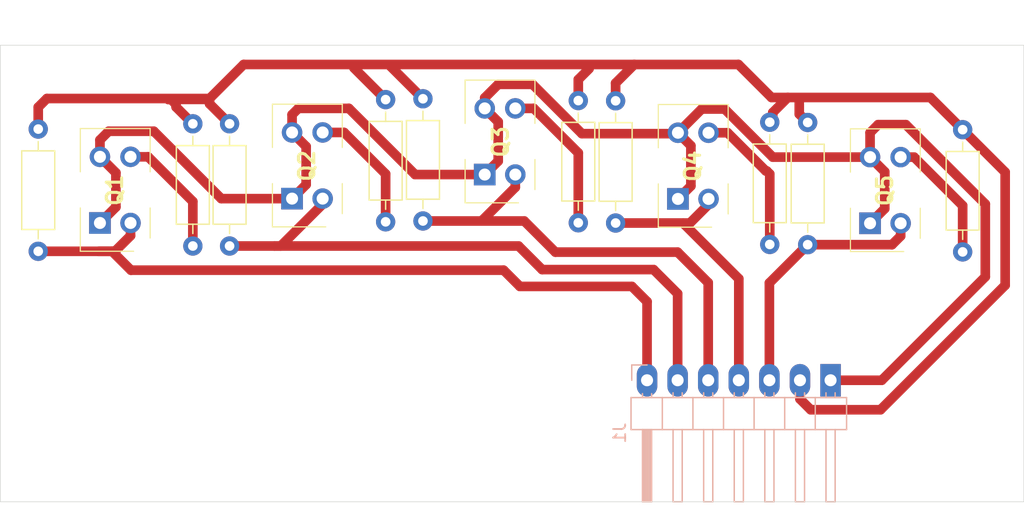
<source format=kicad_pcb>
(kicad_pcb (version 20240108) (generator "pcbnew") (generator_version "8.0")
  (layers (0 "F.Cu" signal) (31 "B.Cu" signal) (34 "B.Paste" user) (35 "F.Paste" user) (36 "B.SilkS" user "B.Silkscreen") (37 "F.SilkS" user "F.Silkscreen") (38 "B.Mask" user) (39 "F.Mask" user) (44 "Edge.Cuts" user))
  (net 0 "")
  (net 1 "+5V")
  (net 2 "Out_1")
  (net 3 "Out_2")
  (net 4 "GND")
  (net 5 "Out_3")
  (net 6 "Out_5")
  (net 7 "Out_4")
  (net 8 "Net-(Q1-K)")
  (net 9 "Net-(Q2-K)")
  (net 10 "Net-(Q3-K)")
  (net 11 "Net-(Q4-K)")
  (net 12 "Net-(Q5-K)")
  (footprint "Resistor_THT:R_Axial_DIN0207_L6.3mm_D2.5mm_P10.16mm_Horizontal" (layer "F.Cu") (at 111.99 58.19 90)
    (property "Reference" "R2" (hide yes))
    (property "Value" "R" (hide yes))
    (fp_line (start 8.35 -1.37) (end 1.81 -1.37) (stroke (width 0.12)) (layer "F.SilkS"))
    (fp_line (start 1.81 -1.37) (end 1.81 1.37) (stroke (width 0.12)) (layer "F.SilkS"))
    (fp_line (start 9.12 0) (end 8.35 0) (stroke (width 0.12)) (layer "F.SilkS"))
    (fp_line (start 1.04 0) (end 1.81 0) (stroke (width 0.12)) (layer "F.SilkS"))
    (fp_line (start 8.35 1.37) (end 8.35 -1.37) (stroke (width 0.12)) (layer "F.SilkS"))
    (fp_line (start 1.81 1.37) (end 8.35 1.37) (stroke (width 0.12)) (layer "F.SilkS"))
    (pad "1" thru_hole circle (at 0 0 90) (size 1.6 1.6) (drill 0.8) (layers "*.Cu" "*.Mask") (net 8 "Net-(Q1-K)"))
    (pad "2" thru_hole oval (at 10.16 0 90) (size 1.6 1.6) (drill 0.8) (layers "*.Cu" "*.Mask") (net 4 "GND"))
  )
  (footprint "KiCad3:TCRT5000" (layer "F.Cu") (at 105.545 53.525 90)
    (property "Reference" "Q1" (at -0.025 -0.045 -90) (layer "F.SilkS") (effects (font (size 1.27 1.27) (thickness 0.254))))
    (property "Value" "TCRT5000" (hide yes))
    (fp_line (start 5.1 -2.9) (end 1.5 -2.9) (stroke (width 0.1)) (layer "F.SilkS"))
    (fp_line (start 5.1 -2.9) (end 5.1 2.9) (stroke (width 0.1)) (layer "F.SilkS"))
    (fp_line (start -5.1 -2.9) (end -1.5 -2.9) (stroke (width 0.1)) (layer "F.SilkS"))
    (fp_line (start -5.1 -2.9) (end -5.1 1.525) (stroke (width 0.1)) (layer "F.SilkS"))
    (fp_line (start 5.1 2.9) (end 1.5 2.9) (stroke (width 0.1)) (layer "F.SilkS"))
    (fp_line (start -4 2.9) (end -1.5 2.9) (stroke (width 0.1)) (layer "F.SilkS"))
    (pad "" np_thru_hole circle (at -4.65 2.45 90) (size 1 1) (drill 1) (layers "*.Cu" "*.Mask"))
    (pad "" np_thru_hole circle (at 0 -2.54 90) (size 2.5 2.5) (drill 2.5) (layers "*.Cu" "*.Mask"))
    (pad "" np_thru_hole circle (at 0 2.45 90) (size 2.5 2.5) (drill 2.5) (layers "*.Cu" "*.Mask"))
    (pad "1" thru_hole rect (at -2.75 -1.27 90) (size 1.8 1.8) (drill 1) (layers "*.Cu" "*.Mask") (net 1 "+5V"))
    (pad "2" thru_hole circle (at -2.75 1.27 90) (size 1.7 1.7) (drill 1) (layers "*.Cu" "*.Mask") (net 2 "Out_1"))
    (pad "3" thru_hole circle (at 2.75 1.27 90) (size 1.7 1.7) (drill 1) (layers "*.Cu" "*.Mask") (net 8 "Net-(Q1-K)"))
    (pad "4" thru_hole circle (at 2.75 -1.27 90) (size 1.7 1.7) (drill 1) (layers "*.Cu" "*.Mask") (net 1 "+5V"))
  )
  (footprint "Resistor_THT:R_Axial_DIN0207_L6.3mm_D2.5mm_P10.16mm_Horizontal" (layer "F.Cu") (at 131.1 56.11 90)
    (property "Reference" "R5" (hide yes))
    (property "Value" "R" (hide yes))
    (fp_line (start 8.35 -1.37) (end 1.81 -1.37) (stroke (width 0.12)) (layer "F.SilkS"))
    (fp_line (start 1.81 -1.37) (end 1.81 1.37) (stroke (width 0.12)) (layer "F.SilkS"))
    (fp_line (start 9.12 0) (end 8.35 0) (stroke (width 0.12)) (layer "F.SilkS"))
    (fp_line (start 1.04 0) (end 1.81 0) (stroke (width 0.12)) (layer "F.SilkS"))
    (fp_line (start 8.35 1.37) (end 8.35 -1.37) (stroke (width 0.12)) (layer "F.SilkS"))
    (fp_line (start 1.81 1.37) (end 8.35 1.37) (stroke (width 0.12)) (layer "F.SilkS"))
    (pad "1" thru_hole circle (at 0 0 90) (size 1.6 1.6) (drill 0.8) (layers "*.Cu" "*.Mask") (net 5 "Out_3"))
    (pad "2" thru_hole oval (at 10.16 0 90) (size 1.6 1.6) (drill 0.8) (layers "*.Cu" "*.Mask") (net 4 "GND"))
  )
  (footprint "KiCad3:TCRT5000" (layer "F.Cu") (at 153.545 51.525 90)
    (property "Reference" "Q4" (at -0.025 -0.045 -90) (layer "F.SilkS") (effects (font (size 1.27 1.27) (thickness 0.254))))
    (property "Value" "TCRT5000" (hide yes))
    (fp_line (start 5.1 -2.9) (end 1.5 -2.9) (stroke (width 0.1)) (layer "F.SilkS"))
    (fp_line (start 5.1 -2.9) (end 5.1 2.9) (stroke (width 0.1)) (layer "F.SilkS"))
    (fp_line (start -5.1 -2.9) (end -1.5 -2.9) (stroke (width 0.1)) (layer "F.SilkS"))
    (fp_line (start -5.1 -2.9) (end -5.1 1.525) (stroke (width 0.1)) (layer "F.SilkS"))
    (fp_line (start 5.1 2.9) (end 1.5 2.9) (stroke (width 0.1)) (layer "F.SilkS"))
    (fp_line (start -4 2.9) (end -1.5 2.9) (stroke (width 0.1)) (layer "F.SilkS"))
    (pad "" np_thru_hole circle (at -4.65 2.45 90) (size 1 1) (drill 1) (layers "*.Cu" "*.Mask"))
    (pad "" np_thru_hole circle (at 0 -2.54 90) (size 2.5 2.5) (drill 2.5) (layers "*.Cu" "*.Mask"))
    (pad "" np_thru_hole circle (at 0 2.45 90) (size 2.5 2.5) (drill 2.5) (layers "*.Cu" "*.Mask"))
    (pad "1" thru_hole rect (at -2.75 -1.27 90) (size 1.8 1.8) (drill 1) (layers "*.Cu" "*.Mask") (net 1 "+5V"))
    (pad "2" thru_hole circle (at -2.75 1.27 90) (size 1.7 1.7) (drill 1) (layers "*.Cu" "*.Mask") (net 7 "Out_4"))
    (pad "3" thru_hole circle (at 2.75 1.27 90) (size 1.7 1.7) (drill 1) (layers "*.Cu" "*.Mask") (net 11 "Net-(Q4-K)"))
    (pad "4" thru_hole circle (at 2.75 -1.27 90) (size 1.7 1.7) (drill 1) (layers "*.Cu" "*.Mask") (net 1 "+5V"))
  )
  (footprint "Resistor_THT:R_Axial_DIN0207_L6.3mm_D2.5mm_P10.16mm_Horizontal" (layer "F.Cu") (at 163.05 58.08 90)
    (property "Reference" "R9" (hide yes))
    (property "Value" "R" (hide yes))
    (fp_line (start 8.35 -1.37) (end 1.81 -1.37) (stroke (width 0.12)) (layer "F.SilkS"))
    (fp_line (start 1.81 -1.37) (end 1.81 1.37) (stroke (width 0.12)) (layer "F.SilkS"))
    (fp_line (start 9.12 0) (end 8.35 0) (stroke (width 0.12)) (layer "F.SilkS"))
    (fp_line (start 1.04 0) (end 1.81 0) (stroke (width 0.12)) (layer "F.SilkS"))
    (fp_line (start 8.35 1.37) (end 8.35 -1.37) (stroke (width 0.12)) (layer "F.SilkS"))
    (fp_line (start 1.81 1.37) (end 8.35 1.37) (stroke (width 0.12)) (layer "F.SilkS"))
    (pad "1" thru_hole circle (at 0 0 90) (size 1.6 1.6) (drill 0.8) (layers "*.Cu" "*.Mask") (net 6 "Out_5"))
    (pad "2" thru_hole oval (at 10.16 0 90) (size 1.6 1.6) (drill 0.8) (layers "*.Cu" "*.Mask") (net 4 "GND"))
  )
  (footprint "KiCad3:TCRT5000" (layer "F.Cu") (at 121.5 51.5 90)
    (property "Reference" "Q2" (at -0.025 -0.045 -90) (layer "F.SilkS") (effects (font (size 1.27 1.27) (thickness 0.254))))
    (property "Value" "TCRT5000" (hide yes))
    (fp_line (start 5.1 -2.9) (end 1.5 -2.9) (stroke (width 0.1)) (layer "F.SilkS"))
    (fp_line (start 5.1 -2.9) (end 5.1 2.9) (stroke (width 0.1)) (layer "F.SilkS"))
    (fp_line (start -5.1 -2.9) (end -1.5 -2.9) (stroke (width 0.1)) (layer "F.SilkS"))
    (fp_line (start -5.1 -2.9) (end -5.1 1.525) (stroke (width 0.1)) (layer "F.SilkS"))
    (fp_line (start 5.1 2.9) (end 1.5 2.9) (stroke (width 0.1)) (layer "F.SilkS"))
    (fp_line (start -4 2.9) (end -1.5 2.9) (stroke (width 0.1)) (layer "F.SilkS"))
    (pad "" np_thru_hole circle (at -4.65 2.45 90) (size 1 1) (drill 1) (layers "*.Cu" "*.Mask"))
    (pad "" np_thru_hole circle (at 0 -2.54 90) (size 2.5 2.5) (drill 2.5) (layers "*.Cu" "*.Mask"))
    (pad "" np_thru_hole circle (at 0 2.45 90) (size 2.5 2.5) (drill 2.5) (layers "*.Cu" "*.Mask"))
    (pad "1" thru_hole rect (at -2.75 -1.27 90) (size 1.8 1.8) (drill 1) (layers "*.Cu" "*.Mask") (net 1 "+5V"))
    (pad "2" thru_hole circle (at -2.75 1.27 90) (size 1.7 1.7) (drill 1) (layers "*.Cu" "*.Mask") (net 3 "Out_2"))
    (pad "3" thru_hole circle (at 2.75 1.27 90) (size 1.7 1.7) (drill 1) (layers "*.Cu" "*.Mask") (net 9 "Net-(Q2-K)"))
    (pad "4" thru_hole circle (at 2.75 -1.27 90) (size 1.7 1.7) (drill 1) (layers "*.Cu" "*.Mask") (net 1 "+5V"))
  )
  (footprint "Resistor_THT:R_Axial_DIN0207_L6.3mm_D2.5mm_P10.16mm_Horizontal" (layer "F.Cu") (at 115.04 58.19 90)
    (property "Reference" "R3" (hide yes))
    (property "Value" "R" (hide yes))
    (fp_line (start 8.35 -1.37) (end 1.81 -1.37) (stroke (width 0.12)) (layer "F.SilkS"))
    (fp_line (start 1.81 -1.37) (end 1.81 1.37) (stroke (width 0.12)) (layer "F.SilkS"))
    (fp_line (start 9.12 0) (end 8.35 0) (stroke (width 0.12)) (layer "F.SilkS"))
    (fp_line (start 1.04 0) (end 1.81 0) (stroke (width 0.12)) (layer "F.SilkS"))
    (fp_line (start 8.35 1.37) (end 8.35 -1.37) (stroke (width 0.12)) (layer "F.SilkS"))
    (fp_line (start 1.81 1.37) (end 8.35 1.37) (stroke (width 0.12)) (layer "F.SilkS"))
    (pad "1" thru_hole circle (at 0 0 90) (size 1.6 1.6) (drill 0.8) (layers "*.Cu" "*.Mask") (net 3 "Out_2"))
    (pad "2" thru_hole oval (at 10.16 0 90) (size 1.6 1.6) (drill 0.8) (layers "*.Cu" "*.Mask") (net 4 "GND"))
  )
  (footprint "Resistor_THT:R_Axial_DIN0207_L6.3mm_D2.5mm_P10.16mm_Horizontal" (layer "F.Cu") (at 128 56.18 90)
    (property "Reference" "R4" (hide yes))
    (property "Value" "R" (hide yes))
    (fp_line (start 8.35 -1.37) (end 1.81 -1.37) (stroke (width 0.12)) (layer "F.SilkS"))
    (fp_line (start 1.81 -1.37) (end 1.81 1.37) (stroke (width 0.12)) (layer "F.SilkS"))
    (fp_line (start 9.12 0) (end 8.35 0) (stroke (width 0.12)) (layer "F.SilkS"))
    (fp_line (start 1.04 0) (end 1.81 0) (stroke (width 0.12)) (layer "F.SilkS"))
    (fp_line (start 8.35 1.37) (end 8.35 -1.37) (stroke (width 0.12)) (layer "F.SilkS"))
    (fp_line (start 1.81 1.37) (end 8.35 1.37) (stroke (width 0.12)) (layer "F.SilkS"))
    (pad "1" thru_hole circle (at 0 0 90) (size 1.6 1.6) (drill 0.8) (layers "*.Cu" "*.Mask") (net 9 "Net-(Q2-K)"))
    (pad "2" thru_hole oval (at 10.16 0 90) (size 1.6 1.6) (drill 0.8) (layers "*.Cu" "*.Mask") (net 4 "GND"))
  )
  (footprint "MountingHole:MountingHole_2.2mm_M2" (layer "F.Cu") (at 131.75 65)
    (property "Reference" "REF**" (hide yes))
    (property "Value" "MountingHole_2.2mm_M2" (hide yes))
    (pad "" np_thru_hole circle (at 0 0) (size 2.2 2.2) (drill 2.2) (layers "*.Cu" "*.Mask"))
  )
  (footprint "Resistor_THT:R_Axial_DIN0207_L6.3mm_D2.5mm_P10.16mm_Horizontal" (layer "F.Cu") (at 175.92 58.68 90)
    (property "Reference" "R10" (hide yes))
    (property "Value" "R" (hide yes))
    (fp_line (start 8.35 -1.37) (end 1.81 -1.37) (stroke (width 0.12)) (layer "F.SilkS"))
    (fp_line (start 1.81 -1.37) (end 1.81 1.37) (stroke (width 0.12)) (layer "F.SilkS"))
    (fp_line (start 9.12 0) (end 8.35 0) (stroke (width 0.12)) (layer "F.SilkS"))
    (fp_line (start 1.04 0) (end 1.81 0) (stroke (width 0.12)) (layer "F.SilkS"))
    (fp_line (start 8.35 1.37) (end 8.35 -1.37) (stroke (width 0.12)) (layer "F.SilkS"))
    (fp_line (start 1.81 1.37) (end 8.35 1.37) (stroke (width 0.12)) (layer "F.SilkS"))
    (pad "1" thru_hole circle (at 0 0 90) (size 1.6 1.6) (drill 0.8) (layers "*.Cu" "*.Mask") (net 12 "Net-(Q5-K)"))
    (pad "2" thru_hole oval (at 10.16 0 90) (size 1.6 1.6) (drill 0.8) (layers "*.Cu" "*.Mask") (net 4 "GND"))
  )
  (footprint "Resistor_THT:R_Axial_DIN0207_L6.3mm_D2.5mm_P10.16mm_Horizontal" (layer "F.Cu") (at 159.9 58.06 90)
    (property "Reference" "R8" (hide yes))
    (property "Value" "R" (hide yes))
    (fp_line (start 8.35 -1.37) (end 1.81 -1.37) (stroke (width 0.12)) (layer "F.SilkS"))
    (fp_line (start 1.81 -1.37) (end 1.81 1.37) (stroke (width 0.12)) (layer "F.SilkS"))
    (fp_line (start 9.12 0) (end 8.35 0) (stroke (width 0.12)) (layer "F.SilkS"))
    (fp_line (start 1.04 0) (end 1.81 0) (stroke (width 0.12)) (layer "F.SilkS"))
    (fp_line (start 8.35 1.37) (end 8.35 -1.37) (stroke (width 0.12)) (layer "F.SilkS"))
    (fp_line (start 1.81 1.37) (end 8.35 1.37) (stroke (width 0.12)) (layer "F.SilkS"))
    (pad "1" thru_hole circle (at 0 0 90) (size 1.6 1.6) (drill 0.8) (layers "*.Cu" "*.Mask") (net 11 "Net-(Q4-K)"))
    (pad "2" thru_hole oval (at 10.16 0 90) (size 1.6 1.6) (drill 0.8) (layers "*.Cu" "*.Mask") (net 4 "GND"))
  )
  (footprint "KiCad:print" (layer "F.Cu") (at 168.45 43.5)
    (property "Reference" "REF**" (hide yes))
    (property "Value" "print" (hide yes))
  )
  (footprint "MountingHole:MountingHole_2.2mm_M2" (layer "F.Cu") (at 145.25 65)
    (property "Reference" "REF**" (hide yes))
    (property "Value" "MountingHole_2.2mm_M2" (hide yes))
    (pad "" np_thru_hole circle (at 0 0) (size 2.2 2.2) (drill 2.2) (layers "*.Cu" "*.Mask"))
  )
  (footprint "Resistor_THT:R_Axial_DIN0207_L6.3mm_D2.5mm_P10.16mm_Horizontal" (layer "F.Cu") (at 147.1 56.28 90)
    (property "Reference" "R7" (hide yes))
    (property "Value" "R" (hide yes))
    (fp_line (start 8.35 -1.37) (end 1.81 -1.37) (stroke (width 0.12)) (layer "F.SilkS"))
    (fp_line (start 1.81 -1.37) (end 1.81 1.37) (stroke (width 0.12)) (layer "F.SilkS"))
    (fp_line (start 9.12 0) (end 8.35 0) (stroke (width 0.12)) (layer "F.SilkS"))
    (fp_line (start 1.04 0) (end 1.81 0) (stroke (width 0.12)) (layer "F.SilkS"))
    (fp_line (start 8.35 1.37) (end 8.35 -1.37) (stroke (width 0.12)) (layer "F.SilkS"))
    (fp_line (start 1.81 1.37) (end 8.35 1.37) (stroke (width 0.12)) (layer "F.SilkS"))
    (pad "1" thru_hole circle (at 0 0 90) (size 1.6 1.6) (drill 0.8) (layers "*.Cu" "*.Mask") (net 7 "Out_4"))
    (pad "2" thru_hole oval (at 10.16 0 90) (size 1.6 1.6) (drill 0.8) (layers "*.Cu" "*.Mask") (net 4 "GND"))
  )
  (footprint "Resistor_THT:R_Axial_DIN0207_L6.3mm_D2.5mm_P10.16mm_Horizontal" (layer "F.Cu") (at 99.15 58.63 90)
    (property "Reference" "R1" (hide yes))
    (property "Value" "R" (hide yes))
    (fp_line (start 8.35 -1.37) (end 1.81 -1.37) (stroke (width 0.12)) (layer "F.SilkS"))
    (fp_line (start 1.81 -1.37) (end 1.81 1.37) (stroke (width 0.12)) (layer "F.SilkS"))
    (fp_line (start 9.12 0) (end 8.35 0) (stroke (width 0.12)) (layer "F.SilkS"))
    (fp_line (start 1.04 0) (end 1.81 0) (stroke (width 0.12)) (layer "F.SilkS"))
    (fp_line (start 8.35 1.37) (end 8.35 -1.37) (stroke (width 0.12)) (layer "F.SilkS"))
    (fp_line (start 1.81 1.37) (end 8.35 1.37) (stroke (width 0.12)) (layer "F.SilkS"))
    (pad "1" thru_hole circle (at 0 0 90) (size 1.6 1.6) (drill 0.8) (layers "*.Cu" "*.Mask") (net 2 "Out_1"))
    (pad "2" thru_hole oval (at 10.16 0 90) (size 1.6 1.6) (drill 0.8) (layers "*.Cu" "*.Mask") (net 4 "GND"))
  )
  (footprint "KiCad3:TCRT5000" (layer "F.Cu") (at 169.5 53.55 90)
    (property "Reference" "Q5" (at -0.025 -0.045 -90) (layer "F.SilkS") (effects (font (size 1.27 1.27) (thickness 0.254))))
    (property "Value" "TCRT5000" (hide yes))
    (fp_line (start 5.1 -2.9) (end 1.5 -2.9) (stroke (width 0.1)) (layer "F.SilkS"))
    (fp_line (start 5.1 -2.9) (end 5.1 2.9) (stroke (width 0.1)) (layer "F.SilkS"))
    (fp_line (start -5.1 -2.9) (end -1.5 -2.9) (stroke (width 0.1)) (layer "F.SilkS"))
    (fp_line (start -5.1 -2.9) (end -5.1 1.525) (stroke (width 0.1)) (layer "F.SilkS"))
    (fp_line (start 5.1 2.9) (end 1.5 2.9) (stroke (width 0.1)) (layer "F.SilkS"))
    (fp_line (start -4 2.9) (end -1.5 2.9) (stroke (width 0.1)) (layer "F.SilkS"))
    (pad "" np_thru_hole circle (at -4.65 2.45 90) (size 1 1) (drill 1) (layers "*.Cu" "*.Mask"))
    (pad "" np_thru_hole circle (at 0 -2.54 90) (size 2.5 2.5) (drill 2.5) (layers "*.Cu" "*.Mask"))
    (pad "" np_thru_hole circle (at 0 2.45 90) (size 2.5 2.5) (drill 2.5) (layers "*.Cu" "*.Mask"))
    (pad "1" thru_hole rect (at -2.75 -1.27 90) (size 1.8 1.8) (drill 1) (layers "*.Cu" "*.Mask") (net 1 "+5V"))
    (pad "2" thru_hole circle (at -2.75 1.27 90) (size 1.7 1.7) (drill 1) (layers "*.Cu" "*.Mask") (net 6 "Out_5"))
    (pad "3" thru_hole circle (at 2.75 1.27 90) (size 1.7 1.7) (drill 1) (layers "*.Cu" "*.Mask") (net 12 "Net-(Q5-K)"))
    (pad "4" thru_hole circle (at 2.75 -1.27 90) (size 1.7 1.7) (drill 1) (layers "*.Cu" "*.Mask") (net 1 "+5V"))
  )
  (footprint "KiCad3:TCRT5000" (layer "F.Cu") (at 137.5 49.5 90)
    (property "Reference" "Q3" (at -0.025 0.045 -90) (layer "F.SilkS") (effects (font (size 1.27 1.27) (thickness 0.254))))
    (property "Value" "TCRT5000" (hide yes))
    (fp_line (start 5.1 -2.9) (end 1.5 -2.9) (stroke (width 0.1)) (layer "F.SilkS"))
    (fp_line (start 5.1 -2.9) (end 5.1 2.9) (stroke (width 0.1)) (layer "F.SilkS"))
    (fp_line (start -5.1 -2.9) (end -1.5 -2.9) (stroke (width 0.1)) (layer "F.SilkS"))
    (fp_line (start -5.1 -2.9) (end -5.1 1.525) (stroke (width 0.1)) (layer "F.SilkS"))
    (fp_line (start 5.1 2.9) (end 1.5 2.9) (stroke (width 0.1)) (layer "F.SilkS"))
    (fp_line (start -4 2.9) (end -1.5 2.9) (stroke (width 0.1)) (layer "F.SilkS"))
    (pad "" np_thru_hole circle (at -4.65 2.45 90) (size 1 1) (drill 1) (layers "*.Cu" "*.Mask"))
    (pad "" np_thru_hole circle (at 0 -2.54 90) (size 2.5 2.5) (drill 2.5) (layers "*.Cu" "*.Mask"))
    (pad "" np_thru_hole circle (at 0 2.45 90) (size 2.5 2.5) (drill 2.5) (layers "*.Cu" "*.Mask"))
    (pad "1" thru_hole rect (at -2.75 -1.27 90) (size 1.8 1.8) (drill 1) (layers "*.Cu" "*.Mask") (net 1 "+5V"))
    (pad "2" thru_hole circle (at -2.75 1.27 90) (size 1.7 1.7) (drill 1) (layers "*.Cu" "*.Mask") (net 5 "Out_3"))
    (pad "3" thru_hole circle (at 2.75 1.27 90) (size 1.7 1.7) (drill 1) (layers "*.Cu" "*.Mask") (net 10 "Net-(Q3-K)"))
    (pad "4" thru_hole circle (at 2.75 -1.27 90) (size 1.7 1.7) (drill 1) (layers "*.Cu" "*.Mask") (net 1 "+5V"))
  )
  (footprint "KiCad:print2" (layer "F.Cu") (at 163.4 66.65)
    (property "Reference" "REF**" (hide yes))
    (property "Value" "print2" (hide yes))
  )
  (footprint "Resistor_THT:R_Axial_DIN0207_L6.3mm_D2.5mm_P10.16mm_Horizontal" (layer "F.Cu") (at 144 56.26 90)
    (property "Reference" "R6" (hide yes))
    (property "Value" "R" (hide yes))
    (fp_line (start 8.35 -1.37) (end 1.81 -1.37) (stroke (width 0.12)) (layer "F.SilkS"))
    (fp_line (start 1.81 -1.37) (end 1.81 1.37) (stroke (width 0.12)) (layer "F.SilkS"))
    (fp_line (start 9.12 0) (end 8.35 0) (stroke (width 0.12)) (layer "F.SilkS"))
    (fp_line (start 1.04 0) (end 1.81 0) (stroke (width 0.12)) (layer "F.SilkS"))
    (fp_line (start 8.35 1.37) (end 8.35 -1.37) (stroke (width 0.12)) (layer "F.SilkS"))
    (fp_line (start 1.81 1.37) (end 8.35 1.37) (stroke (width 0.12)) (layer "F.SilkS"))
    (pad "1" thru_hole circle (at 0 0 90) (size 1.6 1.6) (drill 0.8) (layers "*.Cu" "*.Mask") (net 10 "Net-(Q3-K)"))
    (pad "2" thru_hole oval (at 10.16 0 90) (size 1.6 1.6) (drill 0.8) (layers "*.Cu" "*.Mask") (net 4 "GND"))
  )
  (footprint "Connector_PinHeader_2.54mm:PinHeader_1x07_P2.54mm_Horizontal" (layer "B.Cu") (at 149.71 69.35 -90)
    (property "Reference" "J1" (at 4.385 2.27 -90) (layer "B.SilkS") (effects (justify mirror)))
    (property "Value" "Conn_01x07_Pin")
    (fp_line (start 1.44 1.33) (end 4.1 1.33) (stroke (width 0.12)) (layer "B.SilkS"))
    (fp_line (start 4.1 1.33) (end 4.1 -16.57) (stroke (width 0.12)) (layer "B.SilkS"))
    (fp_line (start -1.27 1.27) (end -1.27 0) (stroke (width 0.12)) (layer "B.SilkS"))
    (fp_line (start 0 1.27) (end -1.27 1.27) (stroke (width 0.12)) (layer "B.SilkS"))
    (fp_line (start 1.44 0.38) (end 1.11 0.38) (stroke (width 0.12)) (layer "B.SilkS"))
    (fp_line (start 10.1 0.38) (end 4.1 0.38) (stroke (width 0.12)) (layer "B.SilkS"))
    (fp_line (start 10.1 0.32) (end 4.1 0.32) (stroke (width 0.12)) (layer "B.SilkS"))
    (fp_line (start 10.1 0.2) (end 4.1 0.2) (stroke (width 0.12)) (layer "B.SilkS"))
    (fp_line (start 10.1 0.08) (end 4.1 0.08) (stroke (width 0.12)) (layer "B.SilkS"))
    (fp_line (start 10.1 -0.04) (end 4.1 -0.04) (stroke (width 0.12)) (layer "B.SilkS"))
    (fp_line (start 10.1 -0.16) (end 4.1 -0.16) (stroke (width 0.12)) (layer "B.SilkS"))
    (fp_line (start 10.1 -0.28) (end 4.1 -0.28) (stroke (width 0.12)) (layer "B.SilkS"))
    (fp_line (start 1.44 -0.38) (end 1.11 -0.38) (stroke (width 0.12)) (layer "B.SilkS"))
    (fp_line (start 4.1 -0.38) (end 10.1 -0.38) (stroke (width 0.12)) (layer "B.SilkS"))
    (fp_line (start 10.1 -0.38) (end 10.1 0.38) (stroke (width 0.12)) (layer "B.SilkS"))
    (fp_line (start 4.1 -1.27) (end 1.44 -1.27) (stroke (width 0.12)) (layer "B.SilkS"))
    (fp_line (start 1.44 -2.16) (end 1.042929 -2.16) (stroke (width 0.12)) (layer "B.SilkS"))
    (fp_line (start 10.1 -2.16) (end 4.1 -2.16) (stroke (width 0.12)) (layer "B.SilkS"))
    (fp_line (start 1.44 -2.92) (end 1.042929 -2.92) (stroke (width 0.12)) (layer "B.SilkS"))
    (fp_line (start 4.1 -2.92) (end 10.1 -2.92) (stroke (width 0.12)) (layer "B.SilkS"))
    (fp_line (start 10.1 -2.92) (end 10.1 -2.16) (stroke (width 0.12)) (layer "B.SilkS"))
    (fp_line (start 4.1 -3.81) (end 1.44 -3.81) (stroke (width 0.12)) (layer "B.SilkS"))
    (fp_line (start 1.44 -4.7) (end 1.042929 -4.7) (stroke (width 0.12)) (layer "B.SilkS"))
    (fp_line (start 10.1 -4.7) (end 4.1 -4.7) (stroke (width 0.12)) (layer "B.SilkS"))
    (fp_line (start 1.44 -5.46) (end 1.042929 -5.46) (stroke (width 0.12)) (layer "B.SilkS"))
    (fp_line (start 4.1 -5.46) (end 10.1 -5.46) (stroke (width 0.12)) (layer "B.SilkS"))
    (fp_line (start 10.1 -5.46) (end 10.1 -4.7) (stroke (width 0.12)) (layer "B.SilkS"))
    (fp_line (start 4.1 -6.35) (end 1.44 -6.35) (stroke (width 0.12)) (layer "B.SilkS"))
    (fp_line (start 1.44 -7.24) (end 1.042929 -7.24) (stroke (width 0.12)) (layer "B.SilkS"))
    (fp_line (start 10.1 -7.24) (end 4.1 -7.24) (stroke (width 0.12)) (layer "B.SilkS"))
    (fp_line (start 1.44 -8) (end 1.042929 -8) (stroke (width 0.12)) (layer "B.SilkS"))
    (fp_line (start 4.1 -8) (end 10.1 -8) (stroke (width 0.12)) (layer "B.SilkS"))
    (fp_line (start 10.1 -8) (end 10.1 -7.24) (stroke (width 0.12)) (layer "B.SilkS"))
    (fp_line (start 4.1 -8.89) (end 1.44 -8.89) (stroke (width 0.12)) (layer "B.SilkS"))
    (fp_line (start 1.44 -9.78) (end 1.042929 -9.78) (stroke (width 0.12)) (layer "B.SilkS"))
    (fp_line (start 10.1 -9.78) (end 4.1 -9.78) (stroke (width 0.12)) (layer "B.SilkS"))
    (fp_line (start 1.44 -10.54) (end 1.042929 -10.54) (stroke (width 0.12)) (layer "B.SilkS"))
    (fp_line (start 4.1 -10.54) (end 10.1 -10.54) (stroke (width 0.12)) (layer "B.SilkS"))
    (fp_line (start 10.1 -10.54) (end 10.1 -9.78) (stroke (width 0.12)) (layer "B.SilkS"))
    (fp_line (start 4.1 -11.43) (end 1.44 -11.43) (stroke (width 0.12)) (layer "B.SilkS"))
    (fp_line (start 1.44 -12.32) (end 1.042929 -12.32) (stroke (width 0.12)) (layer "B.SilkS"))
    (fp_line (start 10.1 -12.32) (end 4.1 -12.32) (stroke (width 0.12)) (layer "B.SilkS"))
    (fp_line (start 1.44 -13.08) (end 1.042929 -13.08) (stroke (width 0.12)) (layer "B.SilkS"))
    (fp_line (start 4.1 -13.08) (end 10.1 -13.08) (stroke (width 0.12)) (layer "B.SilkS"))
    (fp_line (start 10.1 -13.08) (end 10.1 -12.32) (stroke (width 0.12)) (layer "B.SilkS"))
    (fp_line (start 4.1 -13.97) (end 1.44 -13.97) (stroke (width 0.12)) (layer "B.SilkS"))
    (fp_line (start 1.44 -14.86) (end 1.042929 -14.86) (stroke (width 0.12)) (layer "B.SilkS"))
    (fp_line (start 10.1 -14.86) (end 4.1 -14.86) (stroke (width 0.12)) (layer "B.SilkS"))
    (fp_line (start 1.44 -15.62) (end 1.042929 -15.62) (stroke (width 0.12)) (layer "B.SilkS"))
    (fp_line (start 4.1 -15.62) (end 10.1 -15.62) (stroke (width 0.12)) (layer "B.SilkS"))
    (fp_line (start 10.1 -15.62) (end 10.1 -14.86) (stroke (width 0.12)) (layer "B.SilkS"))
    (fp_line (start 1.44 -16.57) (end 1.44 1.33) (stroke (width 0.12)) (layer "B.SilkS"))
    (fp_line (start 4.1 -16.57) (end 1.44 -16.57) (stroke (width 0.12)) (layer "B.SilkS"))
    (pad "1" thru_hole oval (at 0 0 270) (size 2.7 1.7) (drill 1) (layers "*.Cu" "*.Mask") (net 2 "Out_1"))
    (pad "2" thru_hole oval (at 0 -2.54 270) (size 2.7 1.7) (drill 1) (layers "*.Cu" "*.Mask") (net 3 "Out_2"))
    (pad "3" thru_hole oval (at 0 -5.08 270) (size 2.7 1.7) (drill 1) (layers "*.Cu" "*.Mask") (net 5 "Out_3"))
    (pad "4" thru_hole oval (at 0 -7.62 270) (size 2.7 1.7) (drill 1) (layers "*.Cu" "*.Mask") (net 7 "Out_4"))
    (pad "5" thru_hole oval (at 0 -10.16 270) (size 2.7 1.7) (drill 1) (layers "*.Cu" "*.Mask") (net 6 "Out_5"))
    (pad "6" thru_hole oval (at 0 -12.7 270) (size 2.7 1.7) (drill 1) (layers "*.Cu" "*.Mask") (net 4 "GND"))
    (pad "7" thru_hole rect (at 0 -15.24 270) (size 2.7 1.7) (drill 1) (layers "*.Cu" "*.Mask") (net 1 "+5V"))
  )
  (gr_rect (start 96 41.5) (end 181 79.45) (stroke (width 0.05)) (fill none) (layer "Edge.Cuts"))
  (segment (start 144.3 48.85) (end 152.2 48.85) (width 0.8) (layer "F.Cu") (net 1))
  (segment (start 168.23 56.3) (end 169.45 55.08) (width 0.8) (layer "F.Cu") (net 1))
  (segment (start 136.23 45.87) (end 137.35 44.75) (width 0.8) (layer "F.Cu") (net 1))
  (segment (start 121.4 53.08) (end 121.4 49.92) (width 0.8) (layer "F.Cu") (net 1))
  (segment (start 154.25 46.8) (end 152.275 48.775) (width 0.8) (layer "F.Cu") (net 1))
  (segment (start 108.75 48.65) (end 114.35 54.25) (width 0.8) (layer "F.Cu") (net 1))
  (segment (start 136.23 46.75) (end 137.35 47.87) (width 0.8) (layer "F.Cu") (net 1))
  (segment (start 137.35 51.13) (end 136.23 52.25) (width 0.8) (layer "F.Cu") (net 1))
  (segment (start 105.6 52.1) (end 104.275 50.775) (width 0.8) (layer "F.Cu") (net 1))
  (segment (start 169.45 55.08) (end 169.45 52.02) (width 0.8) (layer "F.Cu") (net 1))
  (segment (start 124.95 46.75) (end 130.45 52.25) (width 0.8) (layer "F.Cu") (net 1))
  (segment (start 120.23 48.75) (end 120.23 47.27) (width 0.8) (layer "F.Cu") (net 1))
  (segment (start 169.45 52.02) (end 168.23 50.8) (width 0.8) (layer "F.Cu") (net 1))
  (segment (start 136.23 46.75) (end 136.23 45.87) (width 0.8) (layer "F.Cu") (net 1))
  (segment (start 105 48.65) (end 108.75 48.65) (width 0.8) (layer "F.Cu") (net 1))
  (segment (start 104.275 50.775) (end 104.275 49.375) (width 0.8) (layer "F.Cu") (net 1))
  (segment (start 156.15 46.8) (end 154.25 46.8) (width 0.8) (layer "F.Cu") (net 1))
  (segment (start 164.95 69.35) (end 169.2 69.35) (width 0.8) (layer "F.Cu") (net 1))
  (segment (start 153.35 49.85) (end 152.275 48.775) (width 0.8) (layer "F.Cu") (net 1))
  (segment (start 137.35 47.87) (end 137.35 51.13) (width 0.8) (layer "F.Cu") (net 1))
  (segment (start 160.15 50.8) (end 156.15 46.8) (width 0.8) (layer "F.Cu") (net 1))
  (segment (start 104.275 49.375) (end 105 48.65) (width 0.8) (layer "F.Cu") (net 1))
  (segment (start 152.275 54.275) (end 153.35 53.2) (width 0.8) (layer "F.Cu") (net 1))
  (segment (start 152.2 48.85) (end 152.275 48.775) (width 0.8) (layer "F.Cu") (net 1))
  (segment (start 121.4 49.92) (end 120.23 48.75) (width 0.8) (layer "F.Cu") (net 1))
  (segment (start 169.2 69.35) (end 177.8 60.75) (width 0.8) (layer "F.Cu") (net 1))
  (segment (start 177.8 54.7) (end 171.2 48.1) (width 0.8) (layer "F.Cu") (net 1))
  (segment (start 168.23 48.77) (end 168.23 50.8) (width 0.8) (layer "F.Cu") (net 1))
  (segment (start 120.75 46.75) (end 124.95 46.75) (width 0.8) (layer "F.Cu") (net 1))
  (segment (start 168.23 50.8) (end 160.15 50.8) (width 0.8) (layer "F.Cu") (net 1))
  (segment (start 168.9 48.1) (end 168.23 48.77) (width 0.8) (layer "F.Cu") (net 1))
  (segment (start 105.6 54.95) (end 105.6 52.1) (width 0.8) (layer "F.Cu") (net 1))
  (segment (start 137.35 44.75) (end 140.2 44.75) (width 0.8) (layer "F.Cu") (net 1))
  (segment (start 104.275 56.275) (end 105.6 54.95) (width 0.8) (layer "F.Cu") (net 1))
  (segment (start 140.2 44.75) (end 144.3 48.85) (width 0.8) (layer "F.Cu") (net 1))
  (segment (start 153.35 53.2) (end 153.35 49.85) (width 0.8) (layer "F.Cu") (net 1))
  (segment (start 177.8 60.75) (end 177.8 54.7) (width 0.8) (layer "F.Cu") (net 1))
  (segment (start 120.23 54.25) (end 121.4 53.08) (width 0.8) (layer "F.Cu") (net 1))
  (segment (start 114.35 54.25) (end 120.23 54.25) (width 0.8) (layer "F.Cu") (net 1))
  (segment (start 171.2 48.1) (end 168.9 48.1) (width 0.8) (layer "F.Cu") (net 1))
  (segment (start 130.45 52.25) (end 136.23 52.25) (width 0.8) (layer "F.Cu") (net 1))
  (segment (start 120.23 47.27) (end 120.75 46.75) (width 0.8) (layer "F.Cu") (net 1))
  (segment (start 137.8 60.2) (end 139.15 61.55) (width 0.8) (layer "F.Cu") (net 2))
  (segment (start 105.28 58.63) (end 99.15 58.63) (width 0.8) (layer "F.Cu") (net 2))
  (segment (start 105.28 58.63) (end 106.85 60.2) (width 0.8) (layer "F.Cu") (net 2))
  (segment (start 106.815 57.33566) (end 105.52066 58.63) (width 0.8) (layer "F.Cu") (net 2))
  (segment (start 105.28 58.63) (end 104.2 58.63) (width 0.5) (layer "F.Cu") (net 2))
  (segment (start 106.85 60.2) (end 137.8 60.2) (width 0.8) (layer "F.Cu") (net 2))
  (segment (start 139.15 61.55) (end 148.45 61.55) (width 0.8) (layer "F.Cu") (net 2))
  (segment (start 106.815 56.275) (end 106.815 57.33566) (width 0.8) (layer "F.Cu") (net 2))
  (segment (start 99.15 58.63) (end 104.2 58.63) (width 0.5) (layer "F.Cu") (net 2))
  (segment (start 148.45 61.55) (end 149.71 62.81) (width 0.8) (layer "F.Cu") (net 2))
  (segment (start 149.71 62.81) (end 149.71 69.35) (width 0.8) (layer "F.Cu") (net 2))
  (segment (start 105.52066 58.63) (end 104.2 58.63) (width 0.8) (layer "F.Cu") (net 2))
  (segment (start 150.25 60.15) (end 152.25 62.15) (width 0.8) (layer "F.Cu") (net 3))
  (segment (start 152.25 62.15) (end 152.25 69.35) (width 0.8) (layer "F.Cu") (net 3))
  (segment (start 118.75 58.19) (end 139.04 58.19) (width 0.8) (layer "F.Cu") (net 3))
  (segment (start 119.29 58.19) (end 122.77 54.71) (width 0.8) (layer "F.Cu") (net 3))
  (segment (start 118.75 58.19) (end 119.29 58.19) (width 0.8) (layer "F.Cu") (net 3))
  (segment (start 139.04 58.19) (end 141 60.15) (width 0.8) (layer "F.Cu") (net 3))
  (segment (start 122.77 54.71) (end 122.77 54.25) (width 0.8) (layer "F.Cu") (net 3))
  (segment (start 141 60.15) (end 150.25 60.15) (width 0.8) (layer "F.Cu") (net 3))
  (segment (start 115.04 58.19) (end 118.75 58.19) (width 0.8) (layer "F.Cu") (net 3))
  (segment (start 125.08 43.1) (end 125.365 43.385) (width 0.5) (layer "F.Cu") (net 4))
  (segment (start 113.38 45.93) (end 113.38 46.37) (width 0.8) (layer "F.Cu") (net 4))
  (segment (start 159.9 47.9) (end 160.15 47.65) (width 0.8) (layer "F.Cu") (net 4))
  (segment (start 173.243106 45.843106) (end 160.043106 45.843106) (width 0.8) (layer "F.Cu") (net 4))
  (segment (start 113.16 46.15) (end 113.38 45.93) (width 0.5) (layer "F.Cu") (net 4))
  (segment (start 163.3 71.8) (end 162.41 70.91) (width 0.8) (layer "F.Cu") (net 4))
  (segment (start 144 44.35) (end 144.9 43.45) (width 0.8) (layer "F.Cu") (net 4))
  (segment (start 144.9 43.45) (end 145.25 43.1) (width 0.5) (layer "F.Cu") (net 4))
  (segment (start 160.15 47.65) (end 160.15 47.093106) (width 0.8) (layer "F.Cu") (net 4))
  (segment (start 99.87 45.93) (end 99.15 46.65) (width 0.8) (layer "F.Cu") (net 4))
  (segment (start 179.45 52.05) (end 179.45 61.45) (width 0.8) (layer "F.Cu") (net 4))
  (segment (start 175.92 48.52) (end 173.243106 45.843106) (width 0.8) (layer "F.Cu") (net 4))
  (segment (start 162.35 45.843106) (end 162.35 46.1) (width 0.5) (layer "F.Cu") (net 4))
  (segment (start 110.6 46.15) (end 110.6 46.64) (width 0.8) (layer "F.Cu") (net 4))
  (segment (start 145.25 43.1) (end 148.65 43.1) (width 0.5) (layer "F.Cu") (net 4))
  (segment (start 113.38 46.37) (end 115.04 48.03) (width 0.8) (layer "F.Cu") (net 4))
  (segment (start 128.4 43.25) (end 128.4 43.1) (width 0.5) (layer "F.Cu") (net 4))
  (segment (start 157.3 43.1) (end 116.21 43.1) (width 0.8) (layer "F.Cu") (net 4))
  (segment (start 162.35 47.22) (end 162.35 46.1) (width 0.8) (layer "F.Cu") (net 4))
  (segment (start 163.05 47.92) (end 162.35 47.22) (width 0.8) (layer "F.Cu") (net 4))
  (segment (start 128.4 43.25) (end 131.1 45.95) (width 0.8) (layer "F.Cu") (net 4))
  (segment (start 109.9 46.15) (end 110.11 46.15) (width 0.5) (layer "F.Cu") (net 4))
  (segment (start 144 46.1) (end 144 44.35) (width 0.8) (layer "F.Cu") (net 4))
  (segment (start 128.4 43.1) (end 145.25 43.1) (width 0.5) (layer "F.Cu") (net 4))
  (segment (start 125.365 43.385) (end 128 46.02) (width 0.8) (layer "F.Cu") (net 4))
  (segment (start 160.043106 45.843106) (end 157.3 43.1) (width 0.8) (layer "F.Cu") (net 4))
  (segment (start 147.1 44.65) (end 148.65 43.1) (width 0.8) (layer "F.Cu") (net 4))
  (segment (start 113.38 45.93) (end 99.87 45.93) (width 0.8) (layer "F.Cu") (net 4))
  (segment (start 160.043106 45.843106) (end 161.4 45.843106) (width 0.5) (layer "F.Cu") (net 4))
  (segment (start 99.15 46.65) (end 99.15 48.47) (width 0.8) (layer "F.Cu") (net 4))
  (segment (start 162.35 45.843106) (end 173.243106 45.843106) (width 0.5) (layer "F.Cu") (net 4))
  (segment (start 148.65 43.1) (end 157.3 43.1) (width 0.5) (layer "F.Cu") (net 4))
  (segment (start 161.4 45.843106) (end 162.35 45.843106) (width 0.5) (layer "F.Cu") (net 4))
  (segment (start 124.95 43.1) (end 128.4 43.1) (width 0.5) (layer "F.Cu") (net 4))
  (segment (start 110.11 46.15) (end 111.99 48.03) (width 0.5) (layer "F.Cu") (net 4))
  (segment (start 113.16 46.15) (end 115.04 48.03) (width 0.5) (layer "F.Cu") (net 4))
  (segment (start 110.6 46.64) (end 111.99 48.03) (width 0.8) (layer "F.Cu") (net 4))
  (segment (start 162.41 70.91) (end 162.41 69.35) (width 0.8) (layer "F.Cu") (net 4))
  (segment (start 160.15 47.093106) (end 161.4 45.843106) (width 0.8) (layer "F.Cu") (net 4))
  (segment (start 116.21 43.1) (end 113.38 45.93) (width 0.8) (layer "F.Cu") (net 4))
  (segment (start 109.9 46.15) (end 110.6 46.15) (width 0.5) (layer "F.Cu") (net 4))
  (segment (start 110.6 46.15) (end 113.16 46.15) (width 0.5) (layer "F.Cu") (net 4))
  (segment (start 147.1 46.12) (end 147.1 44.65) (width 0.8) (layer "F.Cu") (net 4))
  (segment (start 175.92 48.52) (end 179.45 52.05) (width 0.8) (layer "F.Cu") (net 4))
  (segment (start 169.1 71.8) (end 163.3 71.8) (width 0.8) (layer "F.Cu") (net 4))
  (segment (start 116.21 43.1) (end 124.95 43.1) (width 0.5) (layer "F.Cu") (net 4))
  (segment (start 124.95 43.1) (end 125.08 43.1) (width 0.5) (layer "F.Cu") (net 4))
  (segment (start 179.45 61.45) (end 169.1 71.8) (width 0.8) (layer "F.Cu") (net 4))
  (segment (start 142.1 58.7) (end 152.25 58.7) (width 0.8) (layer "F.Cu") (net 5))
  (segment (start 152.25 58.7) (end 154.79 61.24) (width 0.8) (layer "F.Cu") (net 5))
  (segment (start 138.77 53.31066) (end 138.77 52.25) (width 0.8) (layer "F.Cu") (net 5))
  (segment (start 154.79 61.24) (end 154.79 69.35) (width 0.8) (layer "F.Cu") (net 5))
  (segment (start 139.51 56.11) (end 142.1 58.7) (width 0.8) (layer "F.Cu") (net 5))
  (segment (start 131.1 56.11) (end 135.97066 56.11) (width 0.8) (layer "F.Cu") (net 5))
  (segment (start 135.97066 56.11) (end 138.77 53.31066) (width 0.8) (layer "F.Cu") (net 5))
  (segment (start 135.97066 56.11) (end 139.51 56.11) (width 0.8) (layer "F.Cu") (net 5))
  (segment (start 159.87 61.26) (end 163.05 58.08) (width 0.8) (layer "F.Cu") (net 6))
  (segment (start 159.87 69.35) (end 159.87 61.26) (width 0.8) (layer "F.Cu") (net 6))
  (segment (start 163.05 58.08) (end 170.05066 58.08) (width 0.8) (layer "F.Cu") (net 6))
  (segment (start 170.77 57.36066) (end 170.77 56.3) (width 0.8) (layer "F.Cu") (net 6))
  (segment (start 170.05066 58.08) (end 170.77 57.36066) (width 0.8) (layer "F.Cu") (net 6))
  (segment (start 157.33 60.91) (end 157.33 69.35) (width 0.8) (layer "F.Cu") (net 7))
  (segment (start 153.27 56.28) (end 154.815 54.735) (width 0.8) (layer "F.Cu") (net 7))
  (segment (start 154.815 54.735) (end 154.815 54.275) (width 0.8) (layer "F.Cu") (net 7))
  (segment (start 147.1 56.28) (end 152.7 56.28) (width 0.8) (layer "F.Cu") (net 7))
  (segment (start 152.7 56.28) (end 153.27 56.28) (width 0.8) (layer "F.Cu") (net 7))
  (segment (start 152.7 56.28) (end 157.33 60.91) (width 0.8) (layer "F.Cu") (net 7))
  (segment (start 111.99 54.49) (end 111.99 58.19) (width 0.8) (layer "F.Cu") (net 8))
  (segment (start 108.275 50.775) (end 111.99 54.49) (width 0.8) (layer "F.Cu") (net 8))
  (segment (start 106.815 50.775) (end 108.275 50.775) (width 0.8) (layer "F.Cu") (net 8))
  (segment (start 124.55 48.75) (end 128 52.2) (width 0.8) (layer "F.Cu") (net 9))
  (segment (start 122.77 48.75) (end 124.55 48.75) (width 0.8) (layer "F.Cu") (net 9))
  (segment (start 128 52.2) (end 128 56.18) (width 0.8) (layer "F.Cu") (net 9))
  (segment (start 138.77 46.75) (end 140.3 46.75) (width 0.8) (layer "F.Cu") (net 10))
  (segment (start 140.3 46.75) (end 144 50.45) (width 0.8) (layer "F.Cu") (net 10))
  (segment (start 144 50.45) (end 144 56.26) (width 0.8) (layer "F.Cu") (net 10))
  (segment (start 159.65 51.95) (end 159.573654 51.95) (width 0.8) (layer "F.Cu") (net 11))
  (segment (start 159.9 58.06) (end 159.9 52.2) (width 0.8) (layer "F.Cu") (net 11))
  (segment (start 159.9 52.2) (end 159.65 51.95) (width 0.8) (layer "F.Cu") (net 11))
  (segment (start 159.573654 51.95) (end 156.398654 48.775) (width 0.8) (layer "F.Cu") (net 11))
  (segment (start 156.398654 48.775) (end 154.815 48.775) (width 0.8) (layer "F.Cu") (net 11))
  (segment (start 170.77 50.8) (end 171.887006 50.8) (width 0.8) (layer "F.Cu") (net 12))
  (segment (start 171.887006 50.8) (end 175.92 54.832994) (width 0.8) (layer "F.Cu") (net 12))
  (segment (start 175.92 54.832994) (end 175.92 58.68) (width 0.8) (layer "F.Cu") (net 12))
)
</source>
